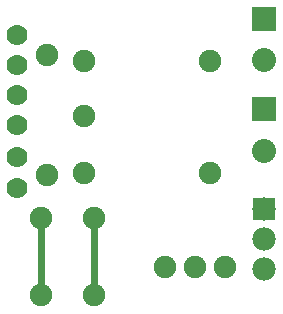
<source format=gbl>
G04 MADE WITH FRITZING*
G04 WWW.FRITZING.ORG*
G04 DOUBLE SIDED*
G04 HOLES PLATED*
G04 CONTOUR ON CENTER OF CONTOUR VECTOR*
%ASAXBY*%
%FSLAX23Y23*%
%MOIN*%
%OFA0B0*%
%SFA1.0B1.0*%
%ADD10C,0.078000*%
%ADD11C,0.075000*%
%ADD12C,0.070000*%
%ADD13C,0.080000*%
%ADD14C,0.075118*%
%ADD15C,0.074803*%
%ADD16R,0.078000X0.078000*%
%ADD17R,0.080000X0.080000*%
%ADD18C,0.024000*%
%LNCOPPER0*%
G90*
G70*
G54D10*
X934Y336D03*
X934Y236D03*
X934Y136D03*
G54D11*
X210Y447D03*
X210Y847D03*
X604Y142D03*
X704Y142D03*
X804Y142D03*
G54D12*
X110Y406D03*
X110Y507D03*
X110Y816D03*
X110Y916D03*
X110Y616D03*
X110Y716D03*
G54D11*
X366Y303D03*
X366Y47D03*
X189Y303D03*
X189Y47D03*
G54D13*
X933Y968D03*
X933Y830D03*
X933Y667D03*
X933Y529D03*
G54D14*
X753Y828D03*
X332Y828D03*
X332Y454D03*
X753Y454D03*
G54D15*
X331Y644D03*
G54D16*
X934Y336D03*
G54D17*
X933Y968D03*
X933Y667D03*
G54D18*
X366Y275D02*
X366Y76D01*
D02*
X189Y275D02*
X189Y76D01*
G04 End of Copper0*
M02*
</source>
